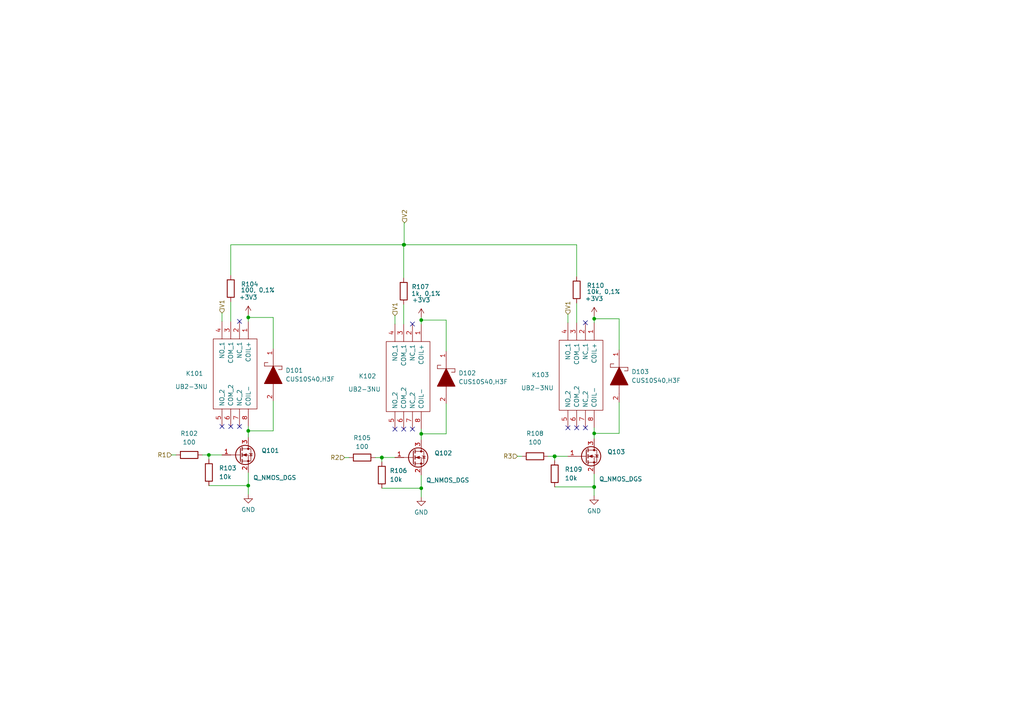
<source format=kicad_sch>
(kicad_sch (version 20211123) (generator eeschema)
  (paper "A4")
  (lib_symbols
    (symbol "Device:R" (pin_numbers hide) (pin_names (offset 0))
      (property "Reference" "R" (at 2.032 0 90))
      (property "Value" "R" (at 0 0 90))
      (symbol "R_0_1"
        (rectangle (start -1.016 -2.54) (end 1.016 2.54) (stroke (width 0.254)))
      )
      (symbol "R_1_1"
        (pin passive line (at 0 3.81 270) (length 1.27) (name "~") (number "1"))
        (pin passive line (at 0 -3.81 90) (length 1.27) (name "~") (number "2"))
      )
    )
    (symbol "Q_NMOS_DGS_1" (pin_names (offset 0) hide)
      (property "Reference" "Q?" (at 6.35 1.2701 0))
      (property "Value" "Q_NMOS_DGS_1" (at 3.937 -6.604 0))
      (symbol "Q_NMOS_DGS_1_0_1"
        (polyline (pts (xy 0.254 0) (xy -2.54 0)))
        (polyline (pts (xy 0.254 1.905) (xy 0.254 -1.905)) (stroke (width 0.254)))
        (polyline (pts (xy 0.762 -1.27) (xy 0.762 -2.286)) (stroke (width 0.254)))
        (polyline (pts (xy 0.762 0.508) (xy 0.762 -0.508)) (stroke (width 0.254)))
        (polyline (pts (xy 0.762 2.286) (xy 0.762 1.27)) (stroke (width 0.254)))
        (polyline (pts (xy 2.54 2.54) (xy 2.54 1.778)))
        (polyline (pts (xy 2.54 -2.54) (xy 2.54 0) (xy 0.762 0)))
        (polyline (pts (xy 0.762 -1.778) (xy 3.302 -1.778) (xy 3.302 1.778) (xy 0.762 1.778)))
        (polyline (pts (xy 1.016 0) (xy 2.032 0.381) (xy 2.032 -0.381) (xy 1.016 0)) (fill (type outline)))
        (polyline (pts (xy 2.794 0.508) (xy 2.921 0.381) (xy 3.683 0.381) (xy 3.81 0.254)))
        (polyline (pts (xy 3.302 0.381) (xy 2.921 -0.254) (xy 3.683 -0.254) (xy 3.302 0.381)))
        (circle (center 1.651 0) (radius 2.794) (stroke (width 0.254)))
        (circle (center 2.54 -1.778) (radius 0.254) (fill (type outline)))
        (circle (center 2.54 1.778) (radius 0.254) (fill (type outline)))
      )
      (symbol "Q_NMOS_DGS_1_1_1"
        (pin input line (at -5.08 0 0) (length 2.54) (name "G") (number "1"))
        (pin passive line (at 2.54 -5.08 90) (length 2.54) (name "S") (number "2"))
        (pin passive line (at 2.54 5.08 270) (length 2.54) (name "D") (number "3"))
      )
    )
    (symbol "SamacSys_Parts:CUS10S40,H3F" (pin_names (offset 0.762))
      (property "Reference" "D" (at 12.7 8.89 0))
      (property "Value" "CUS10S40,H3F" (at 12.7 6.35 0))
      (symbol "CUS10S40,H3F_0_0"
        (pin passive line (at 2.54 0 0) (length 2.54) (name "~") (number "1"))
        (pin passive line (at 17.78 0 180) (length 2.54) (name "~") (number "2"))
      )
      (symbol "CUS10S40,H3F_0_1"
        (polyline (pts (xy 5.08 0) (xy 7.62 0)) (stroke (width 0.1524)))
        (polyline (pts (xy 7.62 2.54) (xy 7.62 -2.54)) (stroke (width 0.1524)))
        (polyline (pts (xy 12.7 0) (xy 15.24 0)) (stroke (width 0.1524)))
        (polyline (pts (xy 7.62 -2.54) (xy 6.604 -2.54) (xy 6.604 -1.524)) (stroke (width 0.1524)))
        (polyline (pts (xy 7.62 2.54) (xy 8.636 2.54) (xy 8.636 1.524)) (stroke (width 0.1524)))
        (polyline (pts (xy 7.62 0) (xy 12.7 2.54) (xy 12.7 -2.54) (xy 7.62 0)) (stroke (width 0.254)) (fill (type outline)))
      )
    )
    (symbol "SamacSys_Parts:UB2-3NU" (pin_names (offset 0.762))
      (property "Reference" "K" (at 26.67 7.62 0))
      (property "Value" "UB2-3NU" (at 26.67 5.08 0))
      (symbol "UB2-3NU_0_0"
        (pin passive line (at 0 0 0) (length 5.08) (name "COIL+") (number "1"))
        (pin passive line (at 0 -2.54 0) (length 5.08) (name "NC_1") (number "2"))
        (pin passive line (at 0 -5.08 0) (length 5.08) (name "COM_1") (number "3"))
        (pin passive line (at 0 -7.62 0) (length 5.08) (name "NO_1") (number "4"))
        (pin passive line (at 30.48 -7.62 180) (length 5.08) (name "NO_2") (number "5"))
        (pin passive line (at 30.48 -5.08 180) (length 5.08) (name "COM_2") (number "6"))
        (pin passive line (at 30.48 -2.54 180) (length 5.08) (name "NC_2") (number "7"))
        (pin passive line (at 30.48 0 180) (length 5.08) (name "COIL-") (number "8"))
      )
      (symbol "UB2-3NU_0_1"
        (polyline (pts (xy 5.08 2.54) (xy 25.4 2.54) (xy 25.4 -10.16) (xy 5.08 -10.16) (xy 5.08 2.54)) (stroke (width 0.1524)))
      )
    )
    (symbol "power:+3V3" (power) (pin_names (offset 0))
      (property "Value" "+3V3" (at 0 3.556 0))
      (symbol "+3V3_0_1"
        (polyline (pts (xy -0.762 1.27) (xy 0 2.54)))
        (polyline (pts (xy 0 0) (xy 0 2.54)))
        (polyline (pts (xy 0 2.54) (xy 0.762 1.27)))
      )
      (symbol "+3V3_1_1"
        (pin power_in line (at 0 0 90) (length 0) hide (name "+3V3") (number "1"))
      )
    )
    (symbol "power:GND" (power) (pin_names (offset 0))
      (property "Value" "GND" (at 0 -3.81 0))
      (symbol "GND_0_1"
        (polyline (pts (xy 0 0) (xy 0 -1.27) (xy 1.27 -1.27) (xy 0 -2.54) (xy -1.27 -1.27) (xy 0 -1.27)))
      )
      (symbol "GND_1_1"
        (pin power_in line (at 0 0 270) (length 0) hide (name "GND") (number "1"))
      )
    )
  )
  (junction (at 117.094 70.993))
  (junction (at 110.744 132.715))
  (junction (at 72.009 92.075))
  (junction (at 172.339 141.2748))
  (junction (at 122.174 141.605))
  (junction (at 72.009 124.968))
  (junction (at 122.174 92.837))
  (junction (at 160.8582 132.3848))
  (junction (at 72.009 140.843))
  (junction (at 160.8582 132.334))
  (junction (at 172.339 125.7046))
  (junction (at 172.339 92.456))
  (junction (at 172.3136 141.224))
  (junction (at 110.744 132.6896))
  (junction (at 117.221 70.993))
  (junction (at 160.8836 132.334))
  (junction (at 60.579 131.953))
  (junction (at 122.174 125.8316))
  (no_connect (at 169.799 93.599))
  (no_connect (at 119.634 124.46))
  (no_connect (at 66.929 123.698))
  (no_connect (at 114.554 124.46))
  (no_connect (at 69.469 93.218))
  (no_connect (at 117.094 124.46))
  (no_connect (at 69.469 123.698))
  (no_connect (at 64.389 123.698))
  (no_connect (at 119.634 93.98))
  (no_connect (at 169.799 124.079))
  (no_connect (at 164.719 124.079))
  (no_connect (at 167.259 124.079))
  (wire (pts (xy 122.174 137.7696) (xy 122.174 141.605)))
  (wire (pts (xy 172.339 91.694) (xy 172.339 92.456)))
  (wire (pts (xy 72.009 92.075) (xy 72.009 93.218)))
  (wire (pts (xy 122.174 92.075) (xy 122.174 92.837)))
  (wire (pts (xy 108.839 132.715) (xy 110.744 132.715)))
  (wire (pts (xy 172.339 124.079) (xy 172.339 125.7046)))
  (wire (pts (xy 72.009 124.968) (xy 72.009 126.873)))
  (wire (pts (xy 179.578 116.713) (xy 179.578 125.7046)))
  (wire (pts (xy 117.221 70.993) (xy 117.221 64.643)))
  (wire (pts (xy 122.174 92.837) (xy 122.174 93.98)))
  (wire (pts (xy 72.009 123.698) (xy 72.009 124.968)))
  (wire (pts (xy 122.174 125.8316) (xy 122.174 127.6096)))
  (wire (pts (xy 72.009 92.075) (xy 79.248 92.075)))
  (wire (pts (xy 172.339 125.7046) (xy 172.339 127.254)))
  (wire (pts (xy 60.579 140.843) (xy 72.009 140.843)))
  (wire (pts (xy 72.009 137.033) (xy 72.009 140.843)))
  (wire (pts (xy 160.8836 141.224) (xy 172.3136 141.224)))
  (wire (pts (xy 160.8582 132.334) (xy 160.8836 132.334)))
  (wire (pts (xy 150.0886 132.334) (xy 151.3586 132.334)))
  (wire (pts (xy 49.784 131.953) (xy 51.054 131.953)))
  (wire (pts (xy 117.221 70.993) (xy 167.259 70.993)))
  (wire (pts (xy 117.094 70.993) (xy 117.094 80.645)))
  (wire (pts (xy 66.929 70.993) (xy 117.094 70.993)))
  (wire (pts (xy 66.929 87.503) (xy 66.929 93.218)))
  (wire (pts (xy 122.174 124.46) (xy 122.174 125.8316)))
  (wire (pts (xy 172.3136 141.224) (xy 172.3136 143.764)))
  (wire (pts (xy 160.8582 132.334) (xy 160.8582 132.3848)))
  (wire (pts (xy 64.389 90.805) (xy 64.389 93.218)))
  (wire (pts (xy 172.339 137.414) (xy 172.339 141.2748)))
  (wire (pts (xy 110.744 132.6896) (xy 110.744 132.715)))
  (wire (pts (xy 160.8836 132.334) (xy 164.719 132.334)))
  (wire (pts (xy 172.339 92.456) (xy 172.339 93.599)))
  (wire (pts (xy 58.674 131.953) (xy 60.579 131.953)))
  (wire (pts (xy 129.413 117.094) (xy 129.413 125.8316)))
  (wire (pts (xy 160.8836 133.604) (xy 160.8836 132.334)))
  (wire (pts (xy 72.009 140.843) (xy 72.009 143.383)))
  (wire (pts (xy 179.578 92.456) (xy 179.578 101.473)))
  (wire (pts (xy 117.221 64.643) (xy 117.348 64.643)))
  (wire (pts (xy 79.248 116.332) (xy 79.248 124.968)))
  (wire (pts (xy 167.259 87.884) (xy 167.259 93.599)))
  (wire (pts (xy 99.949 132.715) (xy 101.219 132.715)))
  (wire (pts (xy 172.339 125.7046) (xy 179.578 125.7046)))
  (wire (pts (xy 60.579 131.953) (xy 64.389 131.953)))
  (wire (pts (xy 79.248 92.075) (xy 79.248 101.092)))
  (wire (pts (xy 117.094 88.265) (xy 117.094 93.98)))
  (wire (pts (xy 114.554 91.567) (xy 114.554 93.98)))
  (wire (pts (xy 129.413 92.837) (xy 129.413 101.854)))
  (wire (pts (xy 72.009 91.313) (xy 72.009 92.075)))
  (wire (pts (xy 122.174 125.8316) (xy 129.413 125.8316)))
  (wire (pts (xy 110.744 132.715) (xy 110.744 133.985)))
  (wire (pts (xy 110.744 141.605) (xy 122.174 141.605)))
  (wire (pts (xy 167.259 70.993) (xy 167.259 80.264)))
  (wire (pts (xy 79.248 124.968) (xy 72.009 124.968)))
  (wire (pts (xy 158.9786 132.334) (xy 160.8582 132.334)))
  (wire (pts (xy 114.554 132.6896) (xy 110.744 132.6896)))
  (wire (pts (xy 66.929 79.883) (xy 66.929 70.993)))
  (wire (pts (xy 60.579 133.223) (xy 60.579 131.953)))
  (wire (pts (xy 117.094 70.993) (xy 117.221 70.993)))
  (wire (pts (xy 172.339 92.456) (xy 179.578 92.456)))
  (wire (pts (xy 122.174 92.837) (xy 129.413 92.837)))
  (wire (pts (xy 122.174 141.605) (xy 122.174 144.145)))
  (wire (pts (xy 164.719 91.186) (xy 164.719 93.599)))
  (hierarchical_label "V1" (shape input) (at 164.719 91.186 90))
  (hierarchical_label "R3" (shape input) (at 150.0886 132.334 180))
  (hierarchical_label "V1" (shape input) (at 114.554 91.567 90))
  (hierarchical_label "V2" (shape input) (at 117.348 64.643 90))
  (hierarchical_label "R1" (shape input) (at 49.784 131.953 180))
  (hierarchical_label "R2" (shape input) (at 99.949 132.715 180))
  (hierarchical_label "V1" (shape input) (at 64.389 90.805 90))
  (symbol (lib_id "SamacSys_Parts:UB2-3NU") (at 122.174 93.98 270) (unit 1)
    (property "Reference" "K102" (at 104.013 109.093 90) (effects (justify left)))
    (property "Value" "UB2-3NU" (at 100.965 112.903 90) (effects (justify left)))
    (property "Footprint" "UB23NU" (effects hide))
    (property "Datasheet" "https://content.kemet.com/datasheets/KEM_R7004_UA2_UB2.pdf" (effects hide))
    (property "Description" "KEMET, UB2, Relays, Signal, 3 V, 220 V, 250 VAC, 1 A, 100 mOhms, 1 GOhms, 10.6mm, 5.7mm, 8.8mm" (effects hide))
    (property "Height" "9.1" (effects hide))
    (property "Manufacturer_Name" "KEMET" (effects hide))
    (property "Manufacturer_Part_Number" "UB2-3NU" (effects hide))
    (property "Mouser Part Number" "551-UB2-3NU" (effects hide))
    (property "Mouser Price/Stock" "https://www.mouser.co.uk/ProductDetail/KEMET/UB2-3NU?qs=c5n%252BvICFHOa2OX6vjaAytg%3D%3D" (effects hide))
    (property "Arrow Part Number" "UB2-3NU" (effects hide))
    (property "Arrow Price/Stock" "https://www.arrow.com/en/products/ub2-3nu/kemet-corporation" (effects hide))
  )
  (symbol (lib_id "Device:R") (at 60.579 137.033 0) (unit 1)
    (property "Reference" "R103" (at 63.5 135.7629 0) (effects (justify left)))
    (property "Value" "10k" (at 63.5 138.3029 0) (effects (justify left)))
    (property "Footprint" "Resistor_SMD:R_1206_3216Metric" (effects hide))
  )
  (symbol (lib_id "Device:R") (at 160.8836 137.414 0) (unit 1)
    (property "Reference" "R109" (at 163.8046 136.1439 0) (effects (justify left)))
    (property "Value" "10k" (at 163.8046 138.6839 0) (effects (justify left)))
    (property "Footprint" "Resistor_SMD:R_1206_3216Metric" (effects hide))
  )
  (symbol (lib_id "power:+3V3") (at 172.339 91.694 0) (unit 1)
    (property "Reference" "#PWR0122" (effects hide))
    (property "Value" "+3V3" (at 172.339 86.614 0))
  )
  (symbol (lib_id "power:+3V3") (at 72.009 91.313 0) (unit 1)
    (property "Reference" "#PWR0118" (effects hide))
    (property "Value" "+3V3" (at 72.009 86.233 0))
  )
  (symbol (lib_id "power:GND") (at 122.174 144.145 0) (unit 1)
    (property "Reference" "#PWR0121" (effects hide))
    (property "Value" "GND" (at 122.174 148.59 0))
  )
  (symbol (lib_id "Device:R") (at 105.029 132.715 90) (unit 1)
    (property "Reference" "R105" (at 105.029 127 90))
    (property "Value" "100" (at 105.029 129.54 90))
    (property "Footprint" "Resistor_SMD:R_1206_3216Metric" (effects hide))
  )
  (symbol (lib_id "power:GND") (at 72.009 143.383 0) (unit 1)
    (property "Reference" "#PWR0119" (effects hide))
    (property "Value" "GND" (at 72.009 147.828 0))
  )
  (symbol (lib_id "Device:R") (at 167.259 84.074 0) (unit 1)
    (property "Reference" "R110" (at 170.18 82.8039 0) (effects (justify left)))
    (property "Value" "10k, 0,1%" (at 170.18 84.582 0) (effects (justify left)))
    (property "Footprint" "Resistor_SMD:R_1206_3216Metric" (effects hide))
  )
  (symbol (lib_id "power:GND") (at 172.3136 143.764 0) (unit 1)
    (property "Reference" "#PWR0123" (effects hide))
    (property "Value" "GND" (at 172.3136 148.209 0))
  )
  (symbol (lib_id "SamacSys_Parts:CUS10S40,H3F") (at 129.413 99.314 270) (unit 1)
    (property "Reference" "D102" (at 132.969 108.2039 90) (effects (justify left)))
    (property "Value" "CUS10S40,H3F" (at 132.969 110.7439 90) (effects (justify left)))
    (property "Footprint" "CUS10S40H3F" (effects hide))
    (property "Datasheet" "https://toshiba.semicon-storage.com/ap-en/semiconductor/product/diodes/detail.CUS10S40.html" (effects hide))
    (property "Description" "Schottky Diodes & Rectifiers Single High-speed switching" (effects hide))
    (property "Height" "1.15" (effects hide))
    (property "Manufacturer_Name" "Toshiba" (effects hide))
    (property "Manufacturer_Part_Number" "CUS10S40,H3F" (effects hide))
    (property "Mouser Part Number" "757-CUS10S40H3F" (effects hide))
    (property "Mouser Price/Stock" "https://www.mouser.co.uk/ProductDetail/Toshiba/CUS10S40H3F?qs=cW4DzVrAanPZjbH8nKg3eA%3D%3D" (effects hide))
    (property "Arrow Part Number" "CUS10S40,H3F" (effects hide))
    (property "Arrow Price/Stock" "https://www.arrow.com/en/products/cus10s40h3f/toshiba?region=nac" (effects hide))
  )
  (symbol (lib_name "Q_NMOS_DGS_1") (lib_id "Device:Q_NMOS_DGS") (at 69.469 131.953 0) (unit 1)
    (property "Reference" "Q101" (at 75.819 130.6829 0) (effects (justify left)))
    (property "Value" "Q_NMOS_DGS" (at 73.406 138.557 0) (effects (justify left)))
    (property "Footprint" "SamacSys_Parts:SOT96P237X111-3N" (effects hide))
  )
  (symbol (lib_name "Q_NMOS_DGS_1") (lib_id "Device:Q_NMOS_DGS") (at 169.799 132.334 0) (unit 1)
    (property "Reference" "Q103" (at 176.149 131.0639 0) (effects (justify left)))
    (property "Value" "Q_NMOS_DGS" (at 173.736 138.938 0) (effects (justify left)))
    (property "Footprint" "SamacSys_Parts:SOT96P237X111-3N" (effects hide))
  )
  (symbol (lib_id "SamacSys_Parts:UB2-3NU") (at 172.339 93.599 270) (unit 1)
    (property "Reference" "K103" (at 154.178 108.712 90) (effects (justify left)))
    (property "Value" "UB2-3NU" (at 151.13 112.522 90) (effects (justify left)))
    (property "Footprint" "UB23NU" (effects hide))
    (property "Datasheet" "https://content.kemet.com/datasheets/KEM_R7004_UA2_UB2.pdf" (effects hide))
    (property "Description" "KEMET, UB2, Relays, Signal, 3 V, 220 V, 250 VAC, 1 A, 100 mOhms, 1 GOhms, 10.6mm, 5.7mm, 8.8mm" (effects hide))
    (property "Height" "9.1" (effects hide))
    (property "Manufacturer_Name" "KEMET" (effects hide))
    (property "Manufacturer_Part_Number" "UB2-3NU" (effects hide))
    (property "Mouser Part Number" "551-UB2-3NU" (effects hide))
    (property "Mouser Price/Stock" "https://www.mouser.co.uk/ProductDetail/KEMET/UB2-3NU?qs=c5n%252BvICFHOa2OX6vjaAytg%3D%3D" (effects hide))
    (property "Arrow Part Number" "UB2-3NU" (effects hide))
    (property "Arrow Price/Stock" "https://www.arrow.com/en/products/ub2-3nu/kemet-corporation" (effects hide))
  )
  (symbol (lib_id "SamacSys_Parts:UB2-3NU") (at 72.009 93.218 270) (unit 1)
    (property "Reference" "K101" (at 53.848 108.331 90) (effects (justify left)))
    (property "Value" "UB2-3NU" (at 50.8 112.141 90) (effects (justify left)))
    (property "Footprint" "UB23NU" (effects hide))
    (property "Datasheet" "https://content.kemet.com/datasheets/KEM_R7004_UA2_UB2.pdf" (effects hide))
    (property "Description" "KEMET, UB2, Relays, Signal, 3 V, 220 V, 250 VAC, 1 A, 100 mOhms, 1 GOhms, 10.6mm, 5.7mm, 8.8mm" (effects hide))
    (property "Height" "9.1" (effects hide))
    (property "Manufacturer_Name" "KEMET" (effects hide))
    (property "Manufacturer_Part_Number" "UB2-3NU" (effects hide))
    (property "Mouser Part Number" "551-UB2-3NU" (effects hide))
    (property "Mouser Price/Stock" "https://www.mouser.co.uk/ProductDetail/KEMET/UB2-3NU?qs=c5n%252BvICFHOa2OX6vjaAytg%3D%3D" (effects hide))
    (property "Arrow Part Number" "UB2-3NU" (effects hide))
    (property "Arrow Price/Stock" "https://www.arrow.com/en/products/ub2-3nu/kemet-corporation" (effects hide))
  )
  (symbol (lib_id "Device:R") (at 110.744 137.795 0) (unit 1)
    (property "Reference" "R106" (at 113.03 136.5249 0) (effects (justify left)))
    (property "Value" "10k" (at 113.03 139.0649 0) (effects (justify left)))
    (property "Footprint" "Resistor_SMD:R_1206_3216Metric" (effects hide))
  )
  (symbol (lib_id "Device:R") (at 155.1686 132.334 90) (unit 1)
    (property "Reference" "R108" (at 155.1686 125.73 90))
    (property "Value" "100" (at 155.1686 128.27 90))
    (property "Footprint" "Resistor_SMD:R_1206_3216Metric" (effects hide))
  )
  (symbol (lib_id "Device:R") (at 54.864 131.953 90) (unit 1)
    (property "Reference" "R102" (at 54.864 125.73 90))
    (property "Value" "100" (at 54.864 128.27 90))
    (property "Footprint" "Resistor_SMD:R_1206_3216Metric" (effects hide))
  )
  (symbol (lib_id "Device:R") (at 117.094 84.455 0) (unit 1)
    (property "Reference" "R107" (at 119.38 83.1849 0) (effects (justify left)))
    (property "Value" "1k, 0,1%" (at 119.2784 85.1408 0) (effects (justify left)))
    (property "Footprint" "Resistor_SMD:R_1206_3216Metric" (effects hide))
  )
  (symbol (lib_id "Device:R") (at 66.929 83.693 0) (unit 1)
    (property "Reference" "R104" (at 69.85 82.4229 0) (effects (justify left)))
    (property "Value" "100, 0,1%" (at 69.7992 84.1248 0) (effects (justify left)))
    (property "Footprint" "Resistor_SMD:R_1206_3216Metric" (effects hide))
  )
  (symbol (lib_id "SamacSys_Parts:CUS10S40,H3F") (at 179.578 98.933 270) (unit 1)
    (property "Reference" "D103" (at 183.134 107.8229 90) (effects (justify left)))
    (property "Value" "CUS10S40,H3F" (at 183.134 110.3629 90) (effects (justify left)))
    (property "Footprint" "CUS10S40H3F" (effects hide))
    (property "Datasheet" "https://toshiba.semicon-storage.com/ap-en/semiconductor/product/diodes/detail.CUS10S40.html" (effects hide))
    (property "Description" "Schottky Diodes & Rectifiers Single High-speed switching" (effects hide))
    (property "Height" "1.15" (effects hide))
    (property "Manufacturer_Name" "Toshiba" (effects hide))
    (property "Manufacturer_Part_Number" "CUS10S40,H3F" (effects hide))
    (property "Mouser Part Number" "757-CUS10S40H3F" (effects hide))
    (property "Mouser Price/Stock" "https://www.mouser.co.uk/ProductDetail/Toshiba/CUS10S40H3F?qs=cW4DzVrAanPZjbH8nKg3eA%3D%3D" (effects hide))
    (property "Arrow Part Number" "CUS10S40,H3F" (effects hide))
    (property "Arrow Price/Stock" "https://www.arrow.com/en/products/cus10s40h3f/toshiba?region=nac" (effects hide))
  )
  (symbol (lib_id "SamacSys_Parts:CUS10S40,H3F") (at 79.248 98.552 270) (unit 1)
    (property "Reference" "D101" (at 82.804 107.4419 90) (effects (justify left)))
    (property "Value" "CUS10S40,H3F" (at 82.804 109.9819 90) (effects (justify left)))
    (property "Footprint" "CUS10S40H3F" (effects hide))
    (property "Datasheet" "https://toshiba.semicon-storage.com/ap-en/semiconductor/product/diodes/detail.CUS10S40.html" (effects hide))
    (property "Description" "Schottky Diodes & Rectifiers Single High-speed switching" (effects hide))
    (property "Height" "1.15" (effects hide))
    (property "Manufacturer_Name" "Toshiba" (effects hide))
    (property "Manufacturer_Part_Number" "CUS10S40,H3F" (effects hide))
    (property "Mouser Part Number" "757-CUS10S40H3F" (effects hide))
    (property "Mouser Price/Stock" "https://www.mouser.co.uk/ProductDetail/Toshiba/CUS10S40H3F?qs=cW4DzVrAanPZjbH8nKg3eA%3D%3D" (effects hide))
    (property "Arrow Part Number" "CUS10S40,H3F" (effects hide))
    (property "Arrow Price/Stock" "https://www.arrow.com/en/products/cus10s40h3f/toshiba?region=nac" (effects hide))
  )
  (symbol (lib_id "power:+3V3") (at 122.174 92.075 0) (unit 1)
    (property "Reference" "#PWR0120" (effects hide))
    (property "Value" "+3V3" (at 122.174 86.995 0))
  )
  (symbol (lib_name "Q_NMOS_DGS_1") (lib_id "Device:Q_NMOS_DGS") (at 119.634 132.6896 0) (unit 1)
    (property "Reference" "Q102" (at 125.984 131.4195 0) (effects (justify left)))
    (property "Value" "Q_NMOS_DGS" (at 123.571 139.2936 0) (effects (justify left)))
    (property "Footprint" "SamacSys_Parts:SOT96P237X111-3N" (effects hide))
  )
)
</source>
